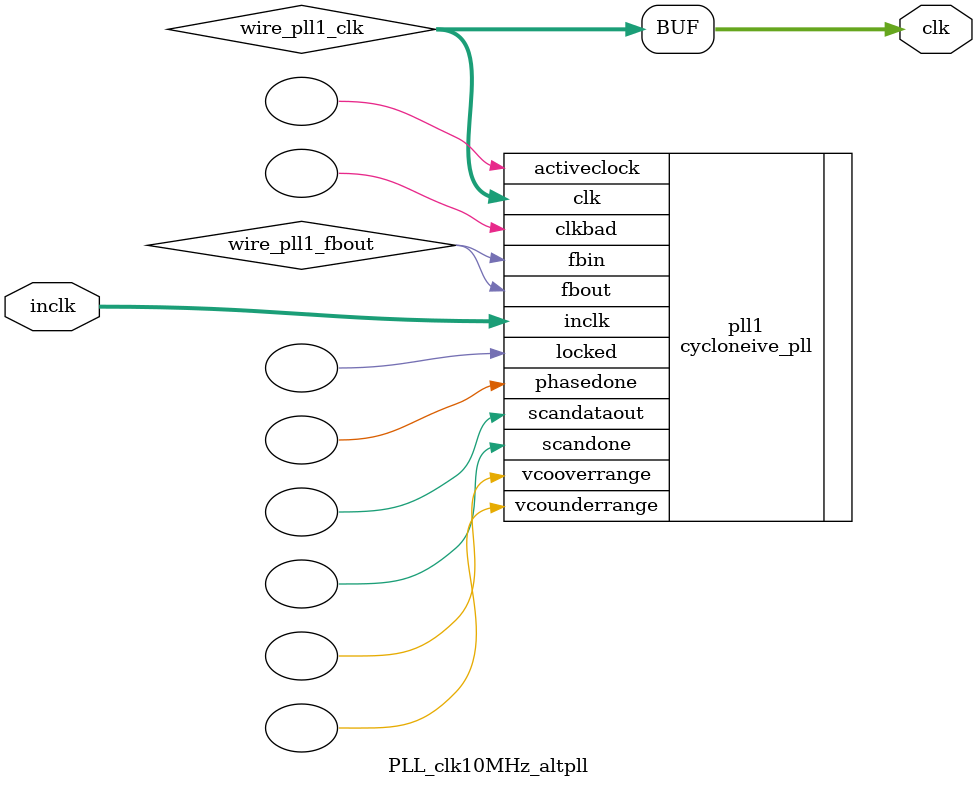
<source format=v>






//synthesis_resources = cycloneive_pll 1 
//synopsys translate_off
`timescale 1 ps / 1 ps
//synopsys translate_on
module  PLL_clk10MHz_altpll
	( 
	clk,
	inclk) /* synthesis synthesis_clearbox=1 */;
	output   [4:0]  clk;
	input   [1:0]  inclk;
`ifndef ALTERA_RESERVED_QIS
// synopsys translate_off
`endif
	tri0   [1:0]  inclk;
`ifndef ALTERA_RESERVED_QIS
// synopsys translate_on
`endif

	wire  [4:0]   wire_pll1_clk;
	wire  wire_pll1_fbout;

	cycloneive_pll   pll1
	( 
	.activeclock(),
	.clk(wire_pll1_clk),
	.clkbad(),
	.fbin(wire_pll1_fbout),
	.fbout(wire_pll1_fbout),
	.inclk(inclk),
	.locked(),
	.phasedone(),
	.scandataout(),
	.scandone(),
	.vcooverrange(),
	.vcounderrange()
	`ifndef FORMAL_VERIFICATION
	// synopsys translate_off
	`endif
	,
	.areset(1'b0),
	.clkswitch(1'b0),
	.configupdate(1'b0),
	.pfdena(1'b1),
	.phasecounterselect({3{1'b0}}),
	.phasestep(1'b0),
	.phaseupdown(1'b0),
	.scanclk(1'b0),
	.scanclkena(1'b1),
	.scandata(1'b0)
	`ifndef FORMAL_VERIFICATION
	// synopsys translate_on
	`endif
	);
	defparam
		pll1.bandwidth_type = "auto",
		pll1.clk0_divide_by = 2,
		pll1.clk0_duty_cycle = 50,
		pll1.clk0_multiply_by = 1,
		pll1.clk0_phase_shift = "0",
		pll1.compensate_clock = "clk0",
		pll1.inclk0_input_frequency = 20000,
		pll1.operation_mode = "normal",
		pll1.pll_type = "auto",
		pll1.lpm_type = "cycloneive_pll";
	assign
		clk = {wire_pll1_clk[4:0]};
endmodule //PLL_clk10MHz_altpll
//VALID FILE

</source>
